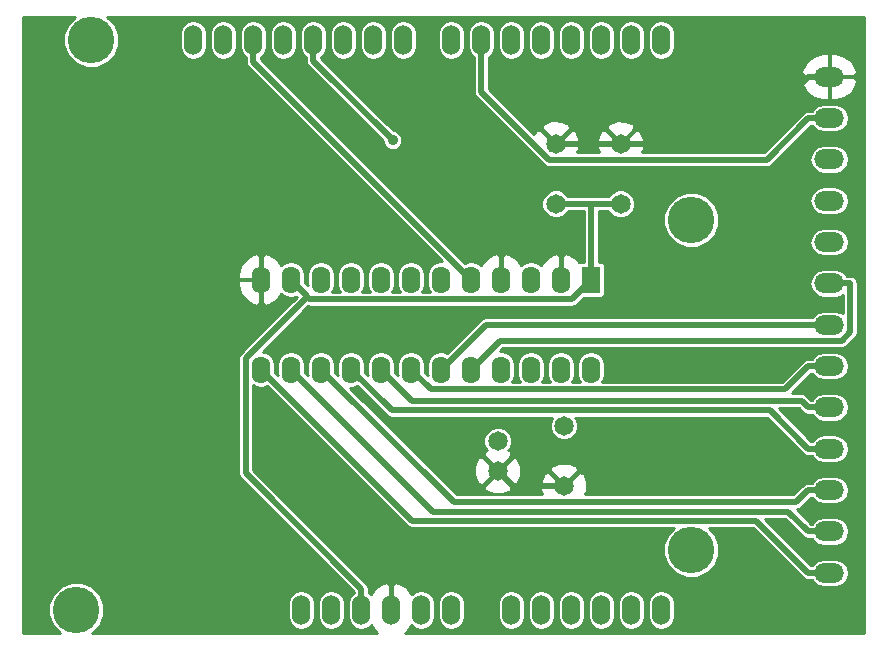
<source format=gtl>
G04 (created by PCBNEW (2013-mar-13)-testing) date Sat 24 Aug 2013 02:49:24 PM PDT*
%MOIN*%
G04 Gerber Fmt 3.4, Leading zero omitted, Abs format*
%FSLAX34Y34*%
G01*
G70*
G90*
G04 APERTURE LIST*
%ADD10C,0.005906*%
%ADD11O,0.060000X0.100000*%
%ADD12C,0.155000*%
%ADD13R,0.062000X0.090000*%
%ADD14O,0.062000X0.090000*%
%ADD15O,0.100000X0.065000*%
%ADD16C,0.065000*%
%ADD17C,0.035000*%
%ADD18C,0.020000*%
%ADD19C,0.010000*%
G04 APERTURE END LIST*
G54D10*
G54D11*
X70237Y-51677D03*
X69237Y-51677D03*
X68237Y-51677D03*
X65237Y-51677D03*
X66237Y-51677D03*
X67237Y-51677D03*
X63237Y-51677D03*
X62237Y-51677D03*
X61237Y-51677D03*
X59237Y-51677D03*
X58237Y-51677D03*
X70237Y-32677D03*
X69237Y-32677D03*
X68237Y-32677D03*
X67237Y-32677D03*
X66237Y-32677D03*
X65237Y-32677D03*
X64237Y-32677D03*
X63237Y-32677D03*
X61637Y-32677D03*
X60637Y-32677D03*
X59637Y-32677D03*
X58637Y-32677D03*
X57637Y-32677D03*
X56637Y-32677D03*
X55637Y-32677D03*
X54637Y-32677D03*
X60237Y-51677D03*
G54D12*
X71237Y-49677D03*
X71237Y-38677D03*
X51237Y-32677D03*
X50737Y-51677D03*
G54D13*
X67901Y-40670D03*
G54D14*
X66901Y-40670D03*
X65901Y-40670D03*
X64901Y-40670D03*
X63901Y-40670D03*
X62901Y-40670D03*
X61901Y-40670D03*
X60901Y-40670D03*
X59901Y-40670D03*
X58901Y-40670D03*
X57901Y-40670D03*
X56901Y-40670D03*
X56901Y-43670D03*
X57901Y-43670D03*
X58901Y-43670D03*
X59901Y-43670D03*
X60901Y-43670D03*
X61901Y-43670D03*
X62901Y-43670D03*
X63901Y-43670D03*
X64901Y-43670D03*
X65901Y-43670D03*
X66901Y-43670D03*
X67901Y-43670D03*
G54D15*
X75843Y-50443D03*
X75842Y-49066D03*
X75841Y-47685D03*
X75842Y-46308D03*
X75842Y-44930D03*
X75842Y-43554D03*
X75842Y-42175D03*
X75841Y-40797D03*
X75841Y-39419D03*
X75841Y-38039D03*
X75840Y-35285D03*
X75841Y-36663D03*
X75841Y-33907D03*
G54D16*
X64783Y-46043D03*
X64783Y-47043D03*
X66988Y-45551D03*
X66988Y-47551D03*
X68881Y-38141D03*
X68881Y-36141D03*
X66720Y-38141D03*
X66720Y-36141D03*
G54D17*
X61284Y-36024D03*
G54D18*
X60237Y-51677D02*
X60237Y-50977D01*
X58433Y-41202D02*
X57901Y-40670D01*
X58433Y-41247D02*
X58433Y-41202D01*
X58510Y-41324D02*
X58433Y-41247D01*
X67247Y-41324D02*
X58510Y-41324D01*
X67901Y-40670D02*
X67247Y-41324D01*
X56389Y-47129D02*
X60237Y-50977D01*
X56389Y-43291D02*
X56389Y-47129D01*
X58433Y-41247D02*
X56389Y-43291D01*
X67901Y-40670D02*
X67901Y-40019D01*
X67901Y-38141D02*
X67901Y-40019D01*
X66720Y-38141D02*
X67901Y-38141D01*
X67901Y-38141D02*
X68881Y-38141D01*
X61933Y-48702D02*
X56901Y-43670D01*
X73401Y-48702D02*
X61933Y-48702D01*
X75142Y-50443D02*
X73401Y-48702D01*
X75843Y-50443D02*
X75142Y-50443D01*
X75842Y-49066D02*
X75142Y-49066D01*
X62633Y-48401D02*
X57901Y-43670D01*
X74477Y-48401D02*
X62633Y-48401D01*
X75142Y-49066D02*
X74477Y-48401D01*
X63313Y-48081D02*
X58901Y-43670D01*
X74745Y-48081D02*
X63313Y-48081D01*
X75141Y-47685D02*
X74745Y-48081D01*
X75841Y-47685D02*
X75141Y-47685D01*
X61252Y-45021D02*
X59901Y-43670D01*
X73854Y-45021D02*
X61252Y-45021D01*
X75142Y-46308D02*
X73854Y-45021D01*
X75842Y-46308D02*
X75142Y-46308D01*
X61944Y-44713D02*
X60901Y-43670D01*
X74924Y-44713D02*
X61944Y-44713D01*
X75142Y-44930D02*
X74924Y-44713D01*
X75842Y-44930D02*
X75142Y-44930D01*
X62552Y-44321D02*
X61901Y-43670D01*
X74375Y-44321D02*
X62552Y-44321D01*
X75142Y-43554D02*
X74375Y-44321D01*
X75842Y-43554D02*
X75142Y-43554D01*
X64395Y-42175D02*
X62901Y-43670D01*
X75842Y-42175D02*
X64395Y-42175D01*
X64870Y-42701D02*
X63901Y-43670D01*
X76255Y-42701D02*
X64870Y-42701D01*
X76543Y-42414D02*
X76255Y-42701D01*
X76543Y-40799D02*
X76543Y-42414D01*
X76541Y-40797D02*
X76543Y-40799D01*
X75841Y-40797D02*
X76541Y-40797D01*
X64237Y-34411D02*
X64237Y-32677D01*
X66498Y-36673D02*
X64237Y-34411D01*
X73752Y-36673D02*
X66498Y-36673D01*
X75140Y-35285D02*
X73752Y-36673D01*
X75840Y-35285D02*
X75140Y-35285D01*
X58637Y-32677D02*
X58637Y-33377D01*
X61284Y-36024D02*
X58637Y-33377D01*
X56637Y-33405D02*
X56637Y-32677D01*
X63901Y-40670D02*
X56637Y-33405D01*
X66720Y-36141D02*
X68881Y-36141D01*
X72907Y-36141D02*
X75141Y-33907D01*
X68881Y-36141D02*
X72907Y-36141D01*
X75841Y-33907D02*
X75141Y-33907D01*
X65291Y-47551D02*
X64783Y-47043D01*
X66988Y-47551D02*
X65291Y-47551D01*
G54D10*
G36*
X76995Y-52450D02*
X70687Y-52450D01*
X70687Y-51889D01*
X70687Y-51464D01*
X70652Y-51292D01*
X70555Y-51146D01*
X70409Y-51048D01*
X70237Y-51014D01*
X70064Y-51048D01*
X69918Y-51146D01*
X69821Y-51292D01*
X69787Y-51464D01*
X69787Y-51889D01*
X69821Y-52062D01*
X69918Y-52208D01*
X70064Y-52305D01*
X70237Y-52339D01*
X70409Y-52305D01*
X70555Y-52208D01*
X70652Y-52062D01*
X70687Y-51889D01*
X70687Y-52450D01*
X69687Y-52450D01*
X69687Y-51889D01*
X69687Y-51464D01*
X69652Y-51292D01*
X69555Y-51146D01*
X69409Y-51048D01*
X69237Y-51014D01*
X69064Y-51048D01*
X68918Y-51146D01*
X68821Y-51292D01*
X68787Y-51464D01*
X68787Y-51889D01*
X68821Y-52062D01*
X68918Y-52208D01*
X69064Y-52305D01*
X69237Y-52339D01*
X69409Y-52305D01*
X69555Y-52208D01*
X69652Y-52062D01*
X69687Y-51889D01*
X69687Y-52450D01*
X68687Y-52450D01*
X68687Y-51889D01*
X68687Y-51464D01*
X68652Y-51292D01*
X68555Y-51146D01*
X68409Y-51048D01*
X68237Y-51014D01*
X68064Y-51048D01*
X67918Y-51146D01*
X67821Y-51292D01*
X67787Y-51464D01*
X67787Y-51889D01*
X67821Y-52062D01*
X67918Y-52208D01*
X68064Y-52305D01*
X68237Y-52339D01*
X68409Y-52305D01*
X68555Y-52208D01*
X68652Y-52062D01*
X68687Y-51889D01*
X68687Y-52450D01*
X67687Y-52450D01*
X67687Y-51889D01*
X67687Y-51464D01*
X67652Y-51292D01*
X67555Y-51146D01*
X67409Y-51048D01*
X67237Y-51014D01*
X67064Y-51048D01*
X66918Y-51146D01*
X66821Y-51292D01*
X66787Y-51464D01*
X66787Y-51889D01*
X66821Y-52062D01*
X66918Y-52208D01*
X67064Y-52305D01*
X67237Y-52339D01*
X67409Y-52305D01*
X67555Y-52208D01*
X67652Y-52062D01*
X67687Y-51889D01*
X67687Y-52450D01*
X66687Y-52450D01*
X66687Y-51889D01*
X66687Y-51464D01*
X66652Y-51292D01*
X66555Y-51146D01*
X66409Y-51048D01*
X66237Y-51014D01*
X66064Y-51048D01*
X65918Y-51146D01*
X65821Y-51292D01*
X65787Y-51464D01*
X65787Y-51889D01*
X65821Y-52062D01*
X65918Y-52208D01*
X66064Y-52305D01*
X66237Y-52339D01*
X66409Y-52305D01*
X66555Y-52208D01*
X66652Y-52062D01*
X66687Y-51889D01*
X66687Y-52450D01*
X65687Y-52450D01*
X65687Y-51889D01*
X65687Y-51464D01*
X65652Y-51292D01*
X65555Y-51146D01*
X65409Y-51048D01*
X65237Y-51014D01*
X65064Y-51048D01*
X64918Y-51146D01*
X64821Y-51292D01*
X64787Y-51464D01*
X64787Y-51889D01*
X64821Y-52062D01*
X64918Y-52208D01*
X65064Y-52305D01*
X65237Y-52339D01*
X65409Y-52305D01*
X65555Y-52208D01*
X65652Y-52062D01*
X65687Y-51889D01*
X65687Y-52450D01*
X63687Y-52450D01*
X63687Y-51889D01*
X63687Y-51464D01*
X63652Y-51292D01*
X63555Y-51146D01*
X63409Y-51048D01*
X63237Y-51014D01*
X63064Y-51048D01*
X62918Y-51146D01*
X62821Y-51292D01*
X62787Y-51464D01*
X62787Y-51889D01*
X62821Y-52062D01*
X62918Y-52208D01*
X63064Y-52305D01*
X63237Y-52339D01*
X63409Y-52305D01*
X63555Y-52208D01*
X63652Y-52062D01*
X63687Y-51889D01*
X63687Y-52450D01*
X61709Y-52450D01*
X61749Y-52425D01*
X61912Y-52198D01*
X61918Y-52208D01*
X62064Y-52305D01*
X62237Y-52339D01*
X62409Y-52305D01*
X62555Y-52208D01*
X62652Y-52062D01*
X62687Y-51889D01*
X62687Y-51464D01*
X62652Y-51292D01*
X62555Y-51146D01*
X62409Y-51048D01*
X62237Y-51014D01*
X62064Y-51048D01*
X61918Y-51146D01*
X61912Y-51155D01*
X61749Y-50929D01*
X61500Y-50774D01*
X61378Y-50740D01*
X61262Y-50840D01*
X61262Y-51652D01*
X61269Y-51652D01*
X61269Y-51702D01*
X61262Y-51702D01*
X61262Y-51710D01*
X61212Y-51710D01*
X61212Y-51702D01*
X61204Y-51702D01*
X61204Y-51652D01*
X61212Y-51652D01*
X61212Y-50840D01*
X61095Y-50740D01*
X60973Y-50774D01*
X60724Y-50929D01*
X60561Y-51155D01*
X60555Y-51146D01*
X60487Y-51100D01*
X60487Y-50977D01*
X60467Y-50881D01*
X60413Y-50800D01*
X56639Y-47026D01*
X56639Y-44189D01*
X56725Y-44246D01*
X56901Y-44281D01*
X57077Y-44246D01*
X57105Y-44227D01*
X61756Y-48878D01*
X61837Y-48933D01*
X61837Y-48933D01*
X61933Y-48952D01*
X70654Y-48952D01*
X70453Y-49152D01*
X70312Y-49492D01*
X70311Y-49860D01*
X70452Y-50200D01*
X70712Y-50460D01*
X71052Y-50602D01*
X71420Y-50602D01*
X71760Y-50461D01*
X72020Y-50201D01*
X72161Y-49861D01*
X72162Y-49493D01*
X72021Y-49153D01*
X71820Y-48952D01*
X73297Y-48952D01*
X74966Y-50620D01*
X75047Y-50674D01*
X75142Y-50693D01*
X75262Y-50693D01*
X75319Y-50779D01*
X75473Y-50882D01*
X75655Y-50918D01*
X76030Y-50918D01*
X76212Y-50882D01*
X76366Y-50779D01*
X76469Y-50625D01*
X76505Y-50443D01*
X76469Y-50262D01*
X76366Y-50107D01*
X76212Y-50004D01*
X76030Y-49968D01*
X75655Y-49968D01*
X75473Y-50004D01*
X75319Y-50107D01*
X75262Y-50193D01*
X75246Y-50193D01*
X73704Y-48651D01*
X74373Y-48651D01*
X74965Y-49243D01*
X75046Y-49297D01*
X75142Y-49316D01*
X75261Y-49316D01*
X75318Y-49402D01*
X75472Y-49505D01*
X75654Y-49541D01*
X76029Y-49541D01*
X76211Y-49505D01*
X76365Y-49402D01*
X76468Y-49248D01*
X76504Y-49066D01*
X76468Y-48885D01*
X76365Y-48730D01*
X76211Y-48627D01*
X76029Y-48591D01*
X75654Y-48591D01*
X75472Y-48627D01*
X75318Y-48730D01*
X75261Y-48816D01*
X75245Y-48816D01*
X74757Y-48329D01*
X74840Y-48312D01*
X74921Y-48258D01*
X75244Y-47935D01*
X75260Y-47935D01*
X75317Y-48021D01*
X75471Y-48124D01*
X75653Y-48160D01*
X76028Y-48160D01*
X76210Y-48124D01*
X76364Y-48021D01*
X76467Y-47867D01*
X76503Y-47685D01*
X76467Y-47504D01*
X76364Y-47349D01*
X76210Y-47246D01*
X76028Y-47210D01*
X75653Y-47210D01*
X75471Y-47246D01*
X75317Y-47349D01*
X75260Y-47435D01*
X75141Y-47435D01*
X75045Y-47454D01*
X74964Y-47509D01*
X74641Y-47831D01*
X67711Y-47831D01*
X67761Y-47711D01*
X67764Y-47402D01*
X67648Y-47117D01*
X67641Y-47107D01*
X67484Y-47089D01*
X67449Y-47125D01*
X67449Y-47054D01*
X67432Y-46897D01*
X67148Y-46777D01*
X66839Y-46775D01*
X66554Y-46890D01*
X66544Y-46897D01*
X66526Y-47054D01*
X66988Y-47515D01*
X67449Y-47054D01*
X67449Y-47125D01*
X67023Y-47551D01*
X67029Y-47556D01*
X66993Y-47592D01*
X66988Y-47586D01*
X66982Y-47592D01*
X66947Y-47556D01*
X66952Y-47551D01*
X66491Y-47089D01*
X66334Y-47107D01*
X66214Y-47391D01*
X66212Y-47699D01*
X66265Y-47831D01*
X65559Y-47831D01*
X65559Y-46895D01*
X65443Y-46609D01*
X65437Y-46599D01*
X65280Y-46582D01*
X65258Y-46603D01*
X65258Y-45949D01*
X65186Y-45774D01*
X65052Y-45640D01*
X64878Y-45568D01*
X64689Y-45568D01*
X64514Y-45640D01*
X64381Y-45773D01*
X64308Y-45948D01*
X64308Y-46137D01*
X64380Y-46312D01*
X64422Y-46353D01*
X64349Y-46382D01*
X64339Y-46389D01*
X64322Y-46546D01*
X64783Y-47007D01*
X65244Y-46546D01*
X65227Y-46389D01*
X65144Y-46354D01*
X65185Y-46312D01*
X65258Y-46138D01*
X65258Y-45949D01*
X65258Y-46603D01*
X64818Y-47043D01*
X65280Y-47504D01*
X65437Y-47487D01*
X65557Y-47203D01*
X65559Y-46895D01*
X65559Y-47831D01*
X65244Y-47831D01*
X65244Y-47539D01*
X64783Y-47078D01*
X64748Y-47114D01*
X64748Y-47043D01*
X64286Y-46582D01*
X64129Y-46599D01*
X64009Y-46883D01*
X64007Y-47191D01*
X64123Y-47477D01*
X64129Y-47487D01*
X64286Y-47504D01*
X64748Y-47043D01*
X64748Y-47114D01*
X64322Y-47539D01*
X64339Y-47696D01*
X64623Y-47817D01*
X64931Y-47819D01*
X65217Y-47703D01*
X65227Y-47696D01*
X65244Y-47539D01*
X65244Y-47831D01*
X63416Y-47831D01*
X59858Y-44273D01*
X59901Y-44281D01*
X60077Y-44246D01*
X60105Y-44227D01*
X61075Y-45197D01*
X61156Y-45252D01*
X61252Y-45271D01*
X66596Y-45271D01*
X66585Y-45281D01*
X66513Y-45456D01*
X66513Y-45645D01*
X66585Y-45819D01*
X66718Y-45953D01*
X66893Y-46026D01*
X67082Y-46026D01*
X67256Y-45954D01*
X67390Y-45820D01*
X67463Y-45646D01*
X67463Y-45457D01*
X67391Y-45282D01*
X67379Y-45271D01*
X73750Y-45271D01*
X74965Y-46485D01*
X75046Y-46539D01*
X75046Y-46539D01*
X75142Y-46558D01*
X75261Y-46558D01*
X75318Y-46644D01*
X75472Y-46747D01*
X75654Y-46783D01*
X76029Y-46783D01*
X76211Y-46747D01*
X76365Y-46644D01*
X76468Y-46490D01*
X76504Y-46308D01*
X76468Y-46127D01*
X76365Y-45972D01*
X76211Y-45869D01*
X76029Y-45833D01*
X75654Y-45833D01*
X75472Y-45869D01*
X75318Y-45972D01*
X75261Y-46058D01*
X75245Y-46058D01*
X74149Y-44963D01*
X74820Y-44963D01*
X74965Y-45107D01*
X75046Y-45161D01*
X75142Y-45180D01*
X75261Y-45180D01*
X75318Y-45266D01*
X75472Y-45369D01*
X75654Y-45405D01*
X76029Y-45405D01*
X76211Y-45369D01*
X76365Y-45266D01*
X76468Y-45112D01*
X76504Y-44930D01*
X76468Y-44749D01*
X76365Y-44594D01*
X76211Y-44491D01*
X76029Y-44455D01*
X75654Y-44455D01*
X75472Y-44491D01*
X75318Y-44594D01*
X75261Y-44680D01*
X75245Y-44680D01*
X75101Y-44536D01*
X75020Y-44482D01*
X74924Y-44463D01*
X74587Y-44463D01*
X75245Y-43804D01*
X75261Y-43804D01*
X75318Y-43890D01*
X75472Y-43993D01*
X75654Y-44029D01*
X76029Y-44029D01*
X76211Y-43993D01*
X76365Y-43890D01*
X76468Y-43736D01*
X76504Y-43554D01*
X76468Y-43373D01*
X76365Y-43218D01*
X76211Y-43115D01*
X76029Y-43079D01*
X75654Y-43079D01*
X75472Y-43115D01*
X75318Y-43218D01*
X75261Y-43304D01*
X75142Y-43304D01*
X75046Y-43323D01*
X74965Y-43378D01*
X74272Y-44071D01*
X68277Y-44071D01*
X68326Y-43997D01*
X68361Y-43821D01*
X68361Y-43518D01*
X68326Y-43342D01*
X68226Y-43193D01*
X68077Y-43093D01*
X67901Y-43058D01*
X67725Y-43093D01*
X67576Y-43193D01*
X67476Y-43342D01*
X67441Y-43518D01*
X67441Y-43821D01*
X67476Y-43997D01*
X67525Y-44071D01*
X67277Y-44071D01*
X67326Y-43997D01*
X67361Y-43821D01*
X67361Y-43518D01*
X67326Y-43342D01*
X67226Y-43193D01*
X67077Y-43093D01*
X66901Y-43058D01*
X66725Y-43093D01*
X66576Y-43193D01*
X66476Y-43342D01*
X66441Y-43518D01*
X66441Y-43821D01*
X66476Y-43997D01*
X66525Y-44071D01*
X66277Y-44071D01*
X66326Y-43997D01*
X66361Y-43821D01*
X66361Y-43518D01*
X66326Y-43342D01*
X66226Y-43193D01*
X66077Y-43093D01*
X65901Y-43058D01*
X65725Y-43093D01*
X65576Y-43193D01*
X65476Y-43342D01*
X65441Y-43518D01*
X65441Y-43821D01*
X65476Y-43997D01*
X65525Y-44071D01*
X65277Y-44071D01*
X65326Y-43997D01*
X65361Y-43821D01*
X65361Y-43518D01*
X65326Y-43342D01*
X65226Y-43193D01*
X65077Y-43093D01*
X64901Y-43058D01*
X64858Y-43066D01*
X64973Y-42951D01*
X76255Y-42951D01*
X76351Y-42932D01*
X76432Y-42878D01*
X76719Y-42591D01*
X76774Y-42509D01*
X76774Y-42509D01*
X76793Y-42414D01*
X76793Y-40799D01*
X76777Y-40720D01*
X76777Y-34053D01*
X76777Y-33761D01*
X76741Y-33634D01*
X76581Y-33377D01*
X76335Y-33201D01*
X76041Y-33132D01*
X75866Y-33132D01*
X75866Y-33882D01*
X76678Y-33882D01*
X76777Y-33761D01*
X76777Y-34053D01*
X76678Y-33932D01*
X75866Y-33932D01*
X75866Y-34682D01*
X76041Y-34682D01*
X76335Y-34614D01*
X76581Y-34438D01*
X76741Y-34181D01*
X76777Y-34053D01*
X76777Y-40720D01*
X76774Y-40703D01*
X76719Y-40622D01*
X76718Y-40621D01*
X76636Y-40566D01*
X76541Y-40547D01*
X76503Y-40547D01*
X76503Y-39419D01*
X76503Y-38039D01*
X76503Y-36663D01*
X76502Y-36658D01*
X76502Y-35285D01*
X76466Y-35104D01*
X76363Y-34949D01*
X76209Y-34846D01*
X76027Y-34810D01*
X75816Y-34810D01*
X75816Y-34682D01*
X75816Y-33932D01*
X75816Y-33882D01*
X75816Y-33132D01*
X75641Y-33132D01*
X75346Y-33201D01*
X75100Y-33377D01*
X74940Y-33634D01*
X74904Y-33761D01*
X75004Y-33882D01*
X75816Y-33882D01*
X75816Y-33932D01*
X75004Y-33932D01*
X74904Y-34053D01*
X74940Y-34181D01*
X75100Y-34438D01*
X75346Y-34614D01*
X75641Y-34682D01*
X75816Y-34682D01*
X75816Y-34810D01*
X75652Y-34810D01*
X75470Y-34846D01*
X75316Y-34949D01*
X75259Y-35035D01*
X75140Y-35035D01*
X75044Y-35054D01*
X74963Y-35109D01*
X73649Y-36423D01*
X70687Y-36423D01*
X70687Y-32889D01*
X70687Y-32464D01*
X70652Y-32292D01*
X70555Y-32146D01*
X70409Y-32048D01*
X70237Y-32014D01*
X70064Y-32048D01*
X69918Y-32146D01*
X69821Y-32292D01*
X69787Y-32464D01*
X69787Y-32889D01*
X69821Y-33062D01*
X69918Y-33208D01*
X70064Y-33305D01*
X70237Y-33339D01*
X70409Y-33305D01*
X70555Y-33208D01*
X70652Y-33062D01*
X70687Y-32889D01*
X70687Y-36423D01*
X69687Y-36423D01*
X69687Y-32889D01*
X69687Y-32464D01*
X69652Y-32292D01*
X69555Y-32146D01*
X69409Y-32048D01*
X69237Y-32014D01*
X69064Y-32048D01*
X68918Y-32146D01*
X68821Y-32292D01*
X68787Y-32464D01*
X68787Y-32889D01*
X68821Y-33062D01*
X68918Y-33208D01*
X69064Y-33305D01*
X69237Y-33339D01*
X69409Y-33305D01*
X69555Y-33208D01*
X69652Y-33062D01*
X69687Y-32889D01*
X69687Y-36423D01*
X69604Y-36423D01*
X69655Y-36301D01*
X69658Y-35993D01*
X69542Y-35707D01*
X69535Y-35697D01*
X69378Y-35680D01*
X69343Y-35715D01*
X69343Y-35645D01*
X69325Y-35488D01*
X69041Y-35367D01*
X68733Y-35365D01*
X68687Y-35384D01*
X68687Y-32889D01*
X68687Y-32464D01*
X68652Y-32292D01*
X68555Y-32146D01*
X68409Y-32048D01*
X68237Y-32014D01*
X68064Y-32048D01*
X67918Y-32146D01*
X67821Y-32292D01*
X67787Y-32464D01*
X67787Y-32889D01*
X67821Y-33062D01*
X67918Y-33208D01*
X68064Y-33305D01*
X68237Y-33339D01*
X68409Y-33305D01*
X68555Y-33208D01*
X68652Y-33062D01*
X68687Y-32889D01*
X68687Y-35384D01*
X68447Y-35481D01*
X68437Y-35488D01*
X68420Y-35645D01*
X68881Y-36106D01*
X69343Y-35645D01*
X69343Y-35715D01*
X68917Y-36141D01*
X68922Y-36147D01*
X68887Y-36182D01*
X68881Y-36177D01*
X68876Y-36182D01*
X68840Y-36147D01*
X68846Y-36141D01*
X68385Y-35680D01*
X68228Y-35697D01*
X68108Y-35981D01*
X68105Y-36289D01*
X68159Y-36423D01*
X67687Y-36423D01*
X67687Y-32889D01*
X67687Y-32464D01*
X67652Y-32292D01*
X67555Y-32146D01*
X67409Y-32048D01*
X67237Y-32014D01*
X67064Y-32048D01*
X66918Y-32146D01*
X66821Y-32292D01*
X66787Y-32464D01*
X66787Y-32889D01*
X66821Y-33062D01*
X66918Y-33208D01*
X67064Y-33305D01*
X67237Y-33339D01*
X67409Y-33305D01*
X67555Y-33208D01*
X67652Y-33062D01*
X67687Y-32889D01*
X67687Y-36423D01*
X67442Y-36423D01*
X67494Y-36301D01*
X67496Y-35993D01*
X67380Y-35707D01*
X67374Y-35697D01*
X67217Y-35680D01*
X67181Y-35715D01*
X67181Y-35645D01*
X67164Y-35488D01*
X66880Y-35367D01*
X66687Y-35366D01*
X66687Y-32889D01*
X66687Y-32464D01*
X66652Y-32292D01*
X66555Y-32146D01*
X66409Y-32048D01*
X66237Y-32014D01*
X66064Y-32048D01*
X65918Y-32146D01*
X65821Y-32292D01*
X65787Y-32464D01*
X65787Y-32889D01*
X65821Y-33062D01*
X65918Y-33208D01*
X66064Y-33305D01*
X66237Y-33339D01*
X66409Y-33305D01*
X66555Y-33208D01*
X66652Y-33062D01*
X66687Y-32889D01*
X66687Y-35366D01*
X66572Y-35365D01*
X66286Y-35481D01*
X66276Y-35488D01*
X66259Y-35645D01*
X66720Y-36106D01*
X67181Y-35645D01*
X67181Y-35715D01*
X66755Y-36141D01*
X66761Y-36147D01*
X66726Y-36182D01*
X66720Y-36177D01*
X66538Y-36359D01*
X66502Y-36324D01*
X66685Y-36141D01*
X66223Y-35680D01*
X66066Y-35697D01*
X66010Y-35831D01*
X65687Y-35508D01*
X65687Y-32889D01*
X65687Y-32464D01*
X65652Y-32292D01*
X65555Y-32146D01*
X65409Y-32048D01*
X65237Y-32014D01*
X65064Y-32048D01*
X64918Y-32146D01*
X64821Y-32292D01*
X64787Y-32464D01*
X64787Y-32889D01*
X64821Y-33062D01*
X64918Y-33208D01*
X65064Y-33305D01*
X65237Y-33339D01*
X65409Y-33305D01*
X65555Y-33208D01*
X65652Y-33062D01*
X65687Y-32889D01*
X65687Y-35508D01*
X64487Y-34308D01*
X64487Y-33253D01*
X64555Y-33208D01*
X64652Y-33062D01*
X64687Y-32889D01*
X64687Y-32464D01*
X64652Y-32292D01*
X64555Y-32146D01*
X64409Y-32048D01*
X64237Y-32014D01*
X64064Y-32048D01*
X63918Y-32146D01*
X63821Y-32292D01*
X63787Y-32464D01*
X63787Y-32889D01*
X63821Y-33062D01*
X63918Y-33208D01*
X63987Y-33253D01*
X63987Y-34411D01*
X64006Y-34507D01*
X64060Y-34588D01*
X66321Y-36849D01*
X66402Y-36904D01*
X66402Y-36904D01*
X66498Y-36923D01*
X73752Y-36923D01*
X73848Y-36904D01*
X73929Y-36849D01*
X75243Y-35535D01*
X75259Y-35535D01*
X75316Y-35621D01*
X75470Y-35724D01*
X75652Y-35760D01*
X76027Y-35760D01*
X76209Y-35724D01*
X76363Y-35621D01*
X76466Y-35467D01*
X76502Y-35285D01*
X76502Y-36658D01*
X76467Y-36482D01*
X76364Y-36327D01*
X76210Y-36224D01*
X76028Y-36188D01*
X75653Y-36188D01*
X75471Y-36224D01*
X75317Y-36327D01*
X75214Y-36482D01*
X75178Y-36663D01*
X75214Y-36845D01*
X75317Y-36999D01*
X75471Y-37102D01*
X75653Y-37138D01*
X76028Y-37138D01*
X76210Y-37102D01*
X76364Y-36999D01*
X76467Y-36845D01*
X76503Y-36663D01*
X76503Y-38039D01*
X76467Y-37858D01*
X76364Y-37703D01*
X76210Y-37600D01*
X76028Y-37564D01*
X75653Y-37564D01*
X75471Y-37600D01*
X75317Y-37703D01*
X75214Y-37858D01*
X75178Y-38039D01*
X75214Y-38221D01*
X75317Y-38375D01*
X75471Y-38478D01*
X75653Y-38514D01*
X76028Y-38514D01*
X76210Y-38478D01*
X76364Y-38375D01*
X76467Y-38221D01*
X76503Y-38039D01*
X76503Y-39419D01*
X76467Y-39238D01*
X76364Y-39083D01*
X76210Y-38980D01*
X76028Y-38944D01*
X75653Y-38944D01*
X75471Y-38980D01*
X75317Y-39083D01*
X75214Y-39238D01*
X75178Y-39419D01*
X75214Y-39601D01*
X75317Y-39755D01*
X75471Y-39858D01*
X75653Y-39894D01*
X76028Y-39894D01*
X76210Y-39858D01*
X76364Y-39755D01*
X76467Y-39601D01*
X76503Y-39419D01*
X76503Y-40547D01*
X76422Y-40547D01*
X76364Y-40461D01*
X76210Y-40358D01*
X76028Y-40322D01*
X75653Y-40322D01*
X75471Y-40358D01*
X75317Y-40461D01*
X75214Y-40616D01*
X75178Y-40797D01*
X75214Y-40979D01*
X75317Y-41133D01*
X75471Y-41236D01*
X75653Y-41272D01*
X76028Y-41272D01*
X76210Y-41236D01*
X76293Y-41181D01*
X76293Y-41791D01*
X76211Y-41736D01*
X76029Y-41700D01*
X75654Y-41700D01*
X75472Y-41736D01*
X75318Y-41839D01*
X75261Y-41925D01*
X72162Y-41925D01*
X72162Y-38493D01*
X72021Y-38153D01*
X71761Y-37893D01*
X71421Y-37752D01*
X71053Y-37752D01*
X70713Y-37892D01*
X70453Y-38152D01*
X70312Y-38492D01*
X70311Y-38860D01*
X70452Y-39200D01*
X70712Y-39460D01*
X71052Y-39602D01*
X71420Y-39602D01*
X71760Y-39461D01*
X72020Y-39201D01*
X72161Y-38861D01*
X72162Y-38493D01*
X72162Y-41925D01*
X64395Y-41925D01*
X64395Y-41925D01*
X64300Y-41944D01*
X64219Y-41999D01*
X63105Y-43112D01*
X63077Y-43093D01*
X62901Y-43058D01*
X62725Y-43093D01*
X62576Y-43193D01*
X62476Y-43342D01*
X62441Y-43518D01*
X62441Y-43821D01*
X62450Y-43865D01*
X62361Y-43776D01*
X62361Y-43518D01*
X62326Y-43342D01*
X62226Y-43193D01*
X62077Y-43093D01*
X61901Y-43058D01*
X61725Y-43093D01*
X61576Y-43193D01*
X61476Y-43342D01*
X61441Y-43518D01*
X61441Y-43821D01*
X61450Y-43865D01*
X61361Y-43776D01*
X61361Y-43518D01*
X61326Y-43342D01*
X61226Y-43193D01*
X61077Y-43093D01*
X60901Y-43058D01*
X60725Y-43093D01*
X60576Y-43193D01*
X60476Y-43342D01*
X60441Y-43518D01*
X60441Y-43821D01*
X60450Y-43865D01*
X60361Y-43776D01*
X60361Y-43518D01*
X60326Y-43342D01*
X60226Y-43193D01*
X60077Y-43093D01*
X59901Y-43058D01*
X59725Y-43093D01*
X59576Y-43193D01*
X59476Y-43342D01*
X59441Y-43518D01*
X59441Y-43821D01*
X59450Y-43865D01*
X59361Y-43776D01*
X59361Y-43518D01*
X59326Y-43342D01*
X59226Y-43193D01*
X59077Y-43093D01*
X58901Y-43058D01*
X58725Y-43093D01*
X58576Y-43193D01*
X58476Y-43342D01*
X58441Y-43518D01*
X58441Y-43821D01*
X58450Y-43865D01*
X58361Y-43776D01*
X58361Y-43518D01*
X58326Y-43342D01*
X58226Y-43193D01*
X58077Y-43093D01*
X57901Y-43058D01*
X57725Y-43093D01*
X57576Y-43193D01*
X57476Y-43342D01*
X57441Y-43518D01*
X57441Y-43821D01*
X57450Y-43865D01*
X57361Y-43776D01*
X57361Y-43518D01*
X57326Y-43342D01*
X57226Y-43193D01*
X57077Y-43093D01*
X56963Y-43070D01*
X58468Y-41565D01*
X58510Y-41574D01*
X67247Y-41574D01*
X67342Y-41555D01*
X67424Y-41501D01*
X67655Y-41270D01*
X68241Y-41270D01*
X68296Y-41247D01*
X68338Y-41205D01*
X68361Y-41149D01*
X68361Y-41090D01*
X68361Y-40190D01*
X68338Y-40135D01*
X68296Y-40092D01*
X68241Y-40070D01*
X68181Y-40070D01*
X68151Y-40070D01*
X68151Y-40019D01*
X68151Y-38391D01*
X68471Y-38391D01*
X68478Y-38410D01*
X68612Y-38544D01*
X68786Y-38616D01*
X68975Y-38616D01*
X69150Y-38544D01*
X69284Y-38411D01*
X69356Y-38236D01*
X69356Y-38047D01*
X69284Y-37873D01*
X69151Y-37739D01*
X68976Y-37666D01*
X68787Y-37666D01*
X68613Y-37738D01*
X68479Y-37872D01*
X68471Y-37891D01*
X67901Y-37891D01*
X67131Y-37891D01*
X67123Y-37873D01*
X66989Y-37739D01*
X66815Y-37666D01*
X66626Y-37666D01*
X66451Y-37738D01*
X66318Y-37872D01*
X66245Y-38046D01*
X66245Y-38235D01*
X66317Y-38410D01*
X66451Y-38544D01*
X66625Y-38616D01*
X66814Y-38616D01*
X66989Y-38544D01*
X67122Y-38411D01*
X67130Y-38391D01*
X67651Y-38391D01*
X67651Y-40019D01*
X67651Y-40070D01*
X67561Y-40070D01*
X67506Y-40092D01*
X67506Y-40093D01*
X67421Y-39975D01*
X67169Y-39818D01*
X67045Y-39783D01*
X66926Y-39883D01*
X66926Y-40645D01*
X66934Y-40645D01*
X66934Y-40695D01*
X66926Y-40695D01*
X66926Y-40702D01*
X66876Y-40702D01*
X66876Y-40695D01*
X66868Y-40695D01*
X66868Y-40645D01*
X66876Y-40645D01*
X66876Y-39883D01*
X66758Y-39783D01*
X66633Y-39818D01*
X66381Y-39975D01*
X66225Y-40192D01*
X66077Y-40093D01*
X65901Y-40058D01*
X65725Y-40093D01*
X65577Y-40192D01*
X65421Y-39975D01*
X65169Y-39818D01*
X65045Y-39783D01*
X64926Y-39883D01*
X64926Y-40645D01*
X64934Y-40645D01*
X64934Y-40695D01*
X64926Y-40695D01*
X64926Y-40702D01*
X64876Y-40702D01*
X64876Y-40695D01*
X64868Y-40695D01*
X64868Y-40645D01*
X64876Y-40645D01*
X64876Y-39883D01*
X64758Y-39783D01*
X64633Y-39818D01*
X64381Y-39975D01*
X64225Y-40192D01*
X64077Y-40093D01*
X63901Y-40058D01*
X63725Y-40093D01*
X63697Y-40112D01*
X63687Y-40101D01*
X63687Y-32889D01*
X63687Y-32464D01*
X63652Y-32292D01*
X63555Y-32146D01*
X63409Y-32048D01*
X63237Y-32014D01*
X63064Y-32048D01*
X62918Y-32146D01*
X62821Y-32292D01*
X62787Y-32464D01*
X62787Y-32889D01*
X62821Y-33062D01*
X62918Y-33208D01*
X63064Y-33305D01*
X63237Y-33339D01*
X63409Y-33305D01*
X63555Y-33208D01*
X63652Y-33062D01*
X63687Y-32889D01*
X63687Y-40101D01*
X62087Y-38501D01*
X62087Y-32889D01*
X62087Y-32464D01*
X62052Y-32292D01*
X61955Y-32146D01*
X61809Y-32048D01*
X61637Y-32014D01*
X61464Y-32048D01*
X61318Y-32146D01*
X61221Y-32292D01*
X61187Y-32464D01*
X61187Y-32889D01*
X61221Y-33062D01*
X61318Y-33208D01*
X61464Y-33305D01*
X61637Y-33339D01*
X61809Y-33305D01*
X61955Y-33208D01*
X62052Y-33062D01*
X62087Y-32889D01*
X62087Y-38501D01*
X61609Y-38024D01*
X61609Y-35960D01*
X61560Y-35840D01*
X61468Y-35749D01*
X61349Y-35699D01*
X61313Y-35699D01*
X61087Y-35473D01*
X61087Y-32889D01*
X61087Y-32464D01*
X61052Y-32292D01*
X60955Y-32146D01*
X60809Y-32048D01*
X60637Y-32014D01*
X60464Y-32048D01*
X60318Y-32146D01*
X60221Y-32292D01*
X60187Y-32464D01*
X60187Y-32889D01*
X60221Y-33062D01*
X60318Y-33208D01*
X60464Y-33305D01*
X60637Y-33339D01*
X60809Y-33305D01*
X60955Y-33208D01*
X61052Y-33062D01*
X61087Y-32889D01*
X61087Y-35473D01*
X60087Y-34473D01*
X60087Y-32889D01*
X60087Y-32464D01*
X60052Y-32292D01*
X59955Y-32146D01*
X59809Y-32048D01*
X59637Y-32014D01*
X59464Y-32048D01*
X59318Y-32146D01*
X59221Y-32292D01*
X59187Y-32464D01*
X59187Y-32889D01*
X59221Y-33062D01*
X59318Y-33208D01*
X59464Y-33305D01*
X59637Y-33339D01*
X59809Y-33305D01*
X59955Y-33208D01*
X60052Y-33062D01*
X60087Y-32889D01*
X60087Y-34473D01*
X58887Y-33273D01*
X58887Y-33253D01*
X58955Y-33208D01*
X59052Y-33062D01*
X59087Y-32889D01*
X59087Y-32464D01*
X59052Y-32292D01*
X58955Y-32146D01*
X58809Y-32048D01*
X58637Y-32014D01*
X58464Y-32048D01*
X58318Y-32146D01*
X58221Y-32292D01*
X58187Y-32464D01*
X58187Y-32889D01*
X58221Y-33062D01*
X58318Y-33208D01*
X58387Y-33253D01*
X58387Y-33377D01*
X58406Y-33472D01*
X58460Y-33554D01*
X60959Y-36053D01*
X60959Y-36089D01*
X61008Y-36208D01*
X61100Y-36300D01*
X61219Y-36349D01*
X61348Y-36349D01*
X61468Y-36300D01*
X61559Y-36209D01*
X61609Y-36089D01*
X61609Y-35960D01*
X61609Y-38024D01*
X58087Y-34501D01*
X58087Y-32889D01*
X58087Y-32464D01*
X58052Y-32292D01*
X57955Y-32146D01*
X57809Y-32048D01*
X57637Y-32014D01*
X57464Y-32048D01*
X57318Y-32146D01*
X57221Y-32292D01*
X57187Y-32464D01*
X57187Y-32889D01*
X57221Y-33062D01*
X57318Y-33208D01*
X57464Y-33305D01*
X57637Y-33339D01*
X57809Y-33305D01*
X57955Y-33208D01*
X58052Y-33062D01*
X58087Y-32889D01*
X58087Y-34501D01*
X56887Y-33301D01*
X56887Y-33253D01*
X56955Y-33208D01*
X57052Y-33062D01*
X57087Y-32889D01*
X57087Y-32464D01*
X57052Y-32292D01*
X56955Y-32146D01*
X56809Y-32048D01*
X56637Y-32014D01*
X56464Y-32048D01*
X56318Y-32146D01*
X56221Y-32292D01*
X56187Y-32464D01*
X56187Y-32889D01*
X56221Y-33062D01*
X56318Y-33208D01*
X56387Y-33253D01*
X56387Y-33405D01*
X56406Y-33501D01*
X56460Y-33582D01*
X62944Y-40066D01*
X62901Y-40058D01*
X62725Y-40093D01*
X62576Y-40193D01*
X62476Y-40342D01*
X62441Y-40518D01*
X62441Y-40821D01*
X62476Y-40997D01*
X62527Y-41074D01*
X62275Y-41074D01*
X62326Y-40997D01*
X62361Y-40821D01*
X62361Y-40518D01*
X62326Y-40342D01*
X62226Y-40193D01*
X62077Y-40093D01*
X61901Y-40058D01*
X61725Y-40093D01*
X61576Y-40193D01*
X61476Y-40342D01*
X61441Y-40518D01*
X61441Y-40821D01*
X61476Y-40997D01*
X61527Y-41074D01*
X61275Y-41074D01*
X61326Y-40997D01*
X61361Y-40821D01*
X61361Y-40518D01*
X61326Y-40342D01*
X61226Y-40193D01*
X61077Y-40093D01*
X60901Y-40058D01*
X60725Y-40093D01*
X60576Y-40193D01*
X60476Y-40342D01*
X60441Y-40518D01*
X60441Y-40821D01*
X60476Y-40997D01*
X60527Y-41074D01*
X60275Y-41074D01*
X60326Y-40997D01*
X60361Y-40821D01*
X60361Y-40518D01*
X60326Y-40342D01*
X60226Y-40193D01*
X60077Y-40093D01*
X59901Y-40058D01*
X59725Y-40093D01*
X59576Y-40193D01*
X59476Y-40342D01*
X59441Y-40518D01*
X59441Y-40821D01*
X59476Y-40997D01*
X59527Y-41074D01*
X59275Y-41074D01*
X59326Y-40997D01*
X59361Y-40821D01*
X59361Y-40518D01*
X59326Y-40342D01*
X59226Y-40193D01*
X59077Y-40093D01*
X58901Y-40058D01*
X58725Y-40093D01*
X58576Y-40193D01*
X58476Y-40342D01*
X58441Y-40518D01*
X58441Y-40821D01*
X58450Y-40865D01*
X58361Y-40776D01*
X58361Y-40518D01*
X58326Y-40342D01*
X58226Y-40193D01*
X58077Y-40093D01*
X57901Y-40058D01*
X57725Y-40093D01*
X57577Y-40192D01*
X57421Y-39975D01*
X57169Y-39818D01*
X57045Y-39783D01*
X56926Y-39883D01*
X56926Y-40645D01*
X56934Y-40645D01*
X56934Y-40695D01*
X56926Y-40695D01*
X56926Y-41457D01*
X57045Y-41556D01*
X57169Y-41521D01*
X57421Y-41365D01*
X57577Y-41147D01*
X57725Y-41246D01*
X57901Y-41281D01*
X58077Y-41246D01*
X58086Y-41240D01*
X56876Y-42450D01*
X56876Y-41457D01*
X56876Y-40695D01*
X56876Y-40645D01*
X56876Y-39883D01*
X56758Y-39783D01*
X56633Y-39818D01*
X56381Y-39975D01*
X56208Y-40216D01*
X56141Y-40505D01*
X56141Y-40645D01*
X56876Y-40645D01*
X56876Y-40695D01*
X56141Y-40695D01*
X56141Y-40835D01*
X56208Y-41124D01*
X56381Y-41365D01*
X56633Y-41521D01*
X56758Y-41556D01*
X56876Y-41457D01*
X56876Y-42450D01*
X56213Y-43114D01*
X56158Y-43195D01*
X56139Y-43291D01*
X56139Y-47129D01*
X56158Y-47225D01*
X56213Y-47306D01*
X59987Y-51080D01*
X59987Y-51100D01*
X59918Y-51146D01*
X59821Y-51292D01*
X59787Y-51464D01*
X59787Y-51889D01*
X59821Y-52062D01*
X59918Y-52208D01*
X60064Y-52305D01*
X60237Y-52339D01*
X60409Y-52305D01*
X60555Y-52208D01*
X60561Y-52198D01*
X60724Y-52425D01*
X60764Y-52450D01*
X59687Y-52450D01*
X59687Y-51889D01*
X59687Y-51464D01*
X59652Y-51292D01*
X59555Y-51146D01*
X59409Y-51048D01*
X59237Y-51014D01*
X59064Y-51048D01*
X58918Y-51146D01*
X58821Y-51292D01*
X58787Y-51464D01*
X58787Y-51889D01*
X58821Y-52062D01*
X58918Y-52208D01*
X59064Y-52305D01*
X59237Y-52339D01*
X59409Y-52305D01*
X59555Y-52208D01*
X59652Y-52062D01*
X59687Y-51889D01*
X59687Y-52450D01*
X58687Y-52450D01*
X58687Y-51889D01*
X58687Y-51464D01*
X58652Y-51292D01*
X58555Y-51146D01*
X58409Y-51048D01*
X58237Y-51014D01*
X58064Y-51048D01*
X57918Y-51146D01*
X57821Y-51292D01*
X57787Y-51464D01*
X57787Y-51889D01*
X57821Y-52062D01*
X57918Y-52208D01*
X58064Y-52305D01*
X58237Y-52339D01*
X58409Y-52305D01*
X58555Y-52208D01*
X58652Y-52062D01*
X58687Y-51889D01*
X58687Y-52450D01*
X56087Y-52450D01*
X56087Y-32889D01*
X56087Y-32464D01*
X56052Y-32292D01*
X55955Y-32146D01*
X55809Y-32048D01*
X55637Y-32014D01*
X55464Y-32048D01*
X55318Y-32146D01*
X55221Y-32292D01*
X55187Y-32464D01*
X55187Y-32889D01*
X55221Y-33062D01*
X55318Y-33208D01*
X55464Y-33305D01*
X55637Y-33339D01*
X55809Y-33305D01*
X55955Y-33208D01*
X56052Y-33062D01*
X56087Y-32889D01*
X56087Y-52450D01*
X55087Y-52450D01*
X55087Y-32889D01*
X55087Y-32464D01*
X55052Y-32292D01*
X54955Y-32146D01*
X54809Y-32048D01*
X54637Y-32014D01*
X54464Y-32048D01*
X54318Y-32146D01*
X54221Y-32292D01*
X54187Y-32464D01*
X54187Y-32889D01*
X54221Y-33062D01*
X54318Y-33208D01*
X54464Y-33305D01*
X54637Y-33339D01*
X54809Y-33305D01*
X54955Y-33208D01*
X55052Y-33062D01*
X55087Y-32889D01*
X55087Y-52450D01*
X51272Y-52450D01*
X51520Y-52201D01*
X51661Y-51861D01*
X51662Y-51493D01*
X51521Y-51153D01*
X51261Y-50893D01*
X50921Y-50752D01*
X50553Y-50752D01*
X50213Y-50892D01*
X49953Y-51152D01*
X49812Y-51492D01*
X49811Y-51860D01*
X49952Y-52200D01*
X50201Y-52450D01*
X48950Y-52450D01*
X48950Y-31900D01*
X50706Y-31900D01*
X50453Y-32152D01*
X50312Y-32492D01*
X50311Y-32860D01*
X50452Y-33200D01*
X50712Y-33460D01*
X51052Y-33602D01*
X51420Y-33602D01*
X51760Y-33461D01*
X52020Y-33201D01*
X52161Y-32861D01*
X52162Y-32493D01*
X52021Y-32153D01*
X51768Y-31900D01*
X76995Y-31900D01*
X76995Y-52450D01*
X76995Y-52450D01*
G37*
G54D19*
X76995Y-52450D02*
X70687Y-52450D01*
X70687Y-51889D01*
X70687Y-51464D01*
X70652Y-51292D01*
X70555Y-51146D01*
X70409Y-51048D01*
X70237Y-51014D01*
X70064Y-51048D01*
X69918Y-51146D01*
X69821Y-51292D01*
X69787Y-51464D01*
X69787Y-51889D01*
X69821Y-52062D01*
X69918Y-52208D01*
X70064Y-52305D01*
X70237Y-52339D01*
X70409Y-52305D01*
X70555Y-52208D01*
X70652Y-52062D01*
X70687Y-51889D01*
X70687Y-52450D01*
X69687Y-52450D01*
X69687Y-51889D01*
X69687Y-51464D01*
X69652Y-51292D01*
X69555Y-51146D01*
X69409Y-51048D01*
X69237Y-51014D01*
X69064Y-51048D01*
X68918Y-51146D01*
X68821Y-51292D01*
X68787Y-51464D01*
X68787Y-51889D01*
X68821Y-52062D01*
X68918Y-52208D01*
X69064Y-52305D01*
X69237Y-52339D01*
X69409Y-52305D01*
X69555Y-52208D01*
X69652Y-52062D01*
X69687Y-51889D01*
X69687Y-52450D01*
X68687Y-52450D01*
X68687Y-51889D01*
X68687Y-51464D01*
X68652Y-51292D01*
X68555Y-51146D01*
X68409Y-51048D01*
X68237Y-51014D01*
X68064Y-51048D01*
X67918Y-51146D01*
X67821Y-51292D01*
X67787Y-51464D01*
X67787Y-51889D01*
X67821Y-52062D01*
X67918Y-52208D01*
X68064Y-52305D01*
X68237Y-52339D01*
X68409Y-52305D01*
X68555Y-52208D01*
X68652Y-52062D01*
X68687Y-51889D01*
X68687Y-52450D01*
X67687Y-52450D01*
X67687Y-51889D01*
X67687Y-51464D01*
X67652Y-51292D01*
X67555Y-51146D01*
X67409Y-51048D01*
X67237Y-51014D01*
X67064Y-51048D01*
X66918Y-51146D01*
X66821Y-51292D01*
X66787Y-51464D01*
X66787Y-51889D01*
X66821Y-52062D01*
X66918Y-52208D01*
X67064Y-52305D01*
X67237Y-52339D01*
X67409Y-52305D01*
X67555Y-52208D01*
X67652Y-52062D01*
X67687Y-51889D01*
X67687Y-52450D01*
X66687Y-52450D01*
X66687Y-51889D01*
X66687Y-51464D01*
X66652Y-51292D01*
X66555Y-51146D01*
X66409Y-51048D01*
X66237Y-51014D01*
X66064Y-51048D01*
X65918Y-51146D01*
X65821Y-51292D01*
X65787Y-51464D01*
X65787Y-51889D01*
X65821Y-52062D01*
X65918Y-52208D01*
X66064Y-52305D01*
X66237Y-52339D01*
X66409Y-52305D01*
X66555Y-52208D01*
X66652Y-52062D01*
X66687Y-51889D01*
X66687Y-52450D01*
X65687Y-52450D01*
X65687Y-51889D01*
X65687Y-51464D01*
X65652Y-51292D01*
X65555Y-51146D01*
X65409Y-51048D01*
X65237Y-51014D01*
X65064Y-51048D01*
X64918Y-51146D01*
X64821Y-51292D01*
X64787Y-51464D01*
X64787Y-51889D01*
X64821Y-52062D01*
X64918Y-52208D01*
X65064Y-52305D01*
X65237Y-52339D01*
X65409Y-52305D01*
X65555Y-52208D01*
X65652Y-52062D01*
X65687Y-51889D01*
X65687Y-52450D01*
X63687Y-52450D01*
X63687Y-51889D01*
X63687Y-51464D01*
X63652Y-51292D01*
X63555Y-51146D01*
X63409Y-51048D01*
X63237Y-51014D01*
X63064Y-51048D01*
X62918Y-51146D01*
X62821Y-51292D01*
X62787Y-51464D01*
X62787Y-51889D01*
X62821Y-52062D01*
X62918Y-52208D01*
X63064Y-52305D01*
X63237Y-52339D01*
X63409Y-52305D01*
X63555Y-52208D01*
X63652Y-52062D01*
X63687Y-51889D01*
X63687Y-52450D01*
X61709Y-52450D01*
X61749Y-52425D01*
X61912Y-52198D01*
X61918Y-52208D01*
X62064Y-52305D01*
X62237Y-52339D01*
X62409Y-52305D01*
X62555Y-52208D01*
X62652Y-52062D01*
X62687Y-51889D01*
X62687Y-51464D01*
X62652Y-51292D01*
X62555Y-51146D01*
X62409Y-51048D01*
X62237Y-51014D01*
X62064Y-51048D01*
X61918Y-51146D01*
X61912Y-51155D01*
X61749Y-50929D01*
X61500Y-50774D01*
X61378Y-50740D01*
X61262Y-50840D01*
X61262Y-51652D01*
X61269Y-51652D01*
X61269Y-51702D01*
X61262Y-51702D01*
X61262Y-51710D01*
X61212Y-51710D01*
X61212Y-51702D01*
X61204Y-51702D01*
X61204Y-51652D01*
X61212Y-51652D01*
X61212Y-50840D01*
X61095Y-50740D01*
X60973Y-50774D01*
X60724Y-50929D01*
X60561Y-51155D01*
X60555Y-51146D01*
X60487Y-51100D01*
X60487Y-50977D01*
X60467Y-50881D01*
X60413Y-50800D01*
X56639Y-47026D01*
X56639Y-44189D01*
X56725Y-44246D01*
X56901Y-44281D01*
X57077Y-44246D01*
X57105Y-44227D01*
X61756Y-48878D01*
X61837Y-48933D01*
X61837Y-48933D01*
X61933Y-48952D01*
X70654Y-48952D01*
X70453Y-49152D01*
X70312Y-49492D01*
X70311Y-49860D01*
X70452Y-50200D01*
X70712Y-50460D01*
X71052Y-50602D01*
X71420Y-50602D01*
X71760Y-50461D01*
X72020Y-50201D01*
X72161Y-49861D01*
X72162Y-49493D01*
X72021Y-49153D01*
X71820Y-48952D01*
X73297Y-48952D01*
X74966Y-50620D01*
X75047Y-50674D01*
X75142Y-50693D01*
X75262Y-50693D01*
X75319Y-50779D01*
X75473Y-50882D01*
X75655Y-50918D01*
X76030Y-50918D01*
X76212Y-50882D01*
X76366Y-50779D01*
X76469Y-50625D01*
X76505Y-50443D01*
X76469Y-50262D01*
X76366Y-50107D01*
X76212Y-50004D01*
X76030Y-49968D01*
X75655Y-49968D01*
X75473Y-50004D01*
X75319Y-50107D01*
X75262Y-50193D01*
X75246Y-50193D01*
X73704Y-48651D01*
X74373Y-48651D01*
X74965Y-49243D01*
X75046Y-49297D01*
X75142Y-49316D01*
X75261Y-49316D01*
X75318Y-49402D01*
X75472Y-49505D01*
X75654Y-49541D01*
X76029Y-49541D01*
X76211Y-49505D01*
X76365Y-49402D01*
X76468Y-49248D01*
X76504Y-49066D01*
X76468Y-48885D01*
X76365Y-48730D01*
X76211Y-48627D01*
X76029Y-48591D01*
X75654Y-48591D01*
X75472Y-48627D01*
X75318Y-48730D01*
X75261Y-48816D01*
X75245Y-48816D01*
X74757Y-48329D01*
X74840Y-48312D01*
X74921Y-48258D01*
X75244Y-47935D01*
X75260Y-47935D01*
X75317Y-48021D01*
X75471Y-48124D01*
X75653Y-48160D01*
X76028Y-48160D01*
X76210Y-48124D01*
X76364Y-48021D01*
X76467Y-47867D01*
X76503Y-47685D01*
X76467Y-47504D01*
X76364Y-47349D01*
X76210Y-47246D01*
X76028Y-47210D01*
X75653Y-47210D01*
X75471Y-47246D01*
X75317Y-47349D01*
X75260Y-47435D01*
X75141Y-47435D01*
X75045Y-47454D01*
X74964Y-47509D01*
X74641Y-47831D01*
X67711Y-47831D01*
X67761Y-47711D01*
X67764Y-47402D01*
X67648Y-47117D01*
X67641Y-47107D01*
X67484Y-47089D01*
X67449Y-47125D01*
X67449Y-47054D01*
X67432Y-46897D01*
X67148Y-46777D01*
X66839Y-46775D01*
X66554Y-46890D01*
X66544Y-46897D01*
X66526Y-47054D01*
X66988Y-47515D01*
X67449Y-47054D01*
X67449Y-47125D01*
X67023Y-47551D01*
X67029Y-47556D01*
X66993Y-47592D01*
X66988Y-47586D01*
X66982Y-47592D01*
X66947Y-47556D01*
X66952Y-47551D01*
X66491Y-47089D01*
X66334Y-47107D01*
X66214Y-47391D01*
X66212Y-47699D01*
X66265Y-47831D01*
X65559Y-47831D01*
X65559Y-46895D01*
X65443Y-46609D01*
X65437Y-46599D01*
X65280Y-46582D01*
X65258Y-46603D01*
X65258Y-45949D01*
X65186Y-45774D01*
X65052Y-45640D01*
X64878Y-45568D01*
X64689Y-45568D01*
X64514Y-45640D01*
X64381Y-45773D01*
X64308Y-45948D01*
X64308Y-46137D01*
X64380Y-46312D01*
X64422Y-46353D01*
X64349Y-46382D01*
X64339Y-46389D01*
X64322Y-46546D01*
X64783Y-47007D01*
X65244Y-46546D01*
X65227Y-46389D01*
X65144Y-46354D01*
X65185Y-46312D01*
X65258Y-46138D01*
X65258Y-45949D01*
X65258Y-46603D01*
X64818Y-47043D01*
X65280Y-47504D01*
X65437Y-47487D01*
X65557Y-47203D01*
X65559Y-46895D01*
X65559Y-47831D01*
X65244Y-47831D01*
X65244Y-47539D01*
X64783Y-47078D01*
X64748Y-47114D01*
X64748Y-47043D01*
X64286Y-46582D01*
X64129Y-46599D01*
X64009Y-46883D01*
X64007Y-47191D01*
X64123Y-47477D01*
X64129Y-47487D01*
X64286Y-47504D01*
X64748Y-47043D01*
X64748Y-47114D01*
X64322Y-47539D01*
X64339Y-47696D01*
X64623Y-47817D01*
X64931Y-47819D01*
X65217Y-47703D01*
X65227Y-47696D01*
X65244Y-47539D01*
X65244Y-47831D01*
X63416Y-47831D01*
X59858Y-44273D01*
X59901Y-44281D01*
X60077Y-44246D01*
X60105Y-44227D01*
X61075Y-45197D01*
X61156Y-45252D01*
X61252Y-45271D01*
X66596Y-45271D01*
X66585Y-45281D01*
X66513Y-45456D01*
X66513Y-45645D01*
X66585Y-45819D01*
X66718Y-45953D01*
X66893Y-46026D01*
X67082Y-46026D01*
X67256Y-45954D01*
X67390Y-45820D01*
X67463Y-45646D01*
X67463Y-45457D01*
X67391Y-45282D01*
X67379Y-45271D01*
X73750Y-45271D01*
X74965Y-46485D01*
X75046Y-46539D01*
X75046Y-46539D01*
X75142Y-46558D01*
X75261Y-46558D01*
X75318Y-46644D01*
X75472Y-46747D01*
X75654Y-46783D01*
X76029Y-46783D01*
X76211Y-46747D01*
X76365Y-46644D01*
X76468Y-46490D01*
X76504Y-46308D01*
X76468Y-46127D01*
X76365Y-45972D01*
X76211Y-45869D01*
X76029Y-45833D01*
X75654Y-45833D01*
X75472Y-45869D01*
X75318Y-45972D01*
X75261Y-46058D01*
X75245Y-46058D01*
X74149Y-44963D01*
X74820Y-44963D01*
X74965Y-45107D01*
X75046Y-45161D01*
X75142Y-45180D01*
X75261Y-45180D01*
X75318Y-45266D01*
X75472Y-45369D01*
X75654Y-45405D01*
X76029Y-45405D01*
X76211Y-45369D01*
X76365Y-45266D01*
X76468Y-45112D01*
X76504Y-44930D01*
X76468Y-44749D01*
X76365Y-44594D01*
X76211Y-44491D01*
X76029Y-44455D01*
X75654Y-44455D01*
X75472Y-44491D01*
X75318Y-44594D01*
X75261Y-44680D01*
X75245Y-44680D01*
X75101Y-44536D01*
X75020Y-44482D01*
X74924Y-44463D01*
X74587Y-44463D01*
X75245Y-43804D01*
X75261Y-43804D01*
X75318Y-43890D01*
X75472Y-43993D01*
X75654Y-44029D01*
X76029Y-44029D01*
X76211Y-43993D01*
X76365Y-43890D01*
X76468Y-43736D01*
X76504Y-43554D01*
X76468Y-43373D01*
X76365Y-43218D01*
X76211Y-43115D01*
X76029Y-43079D01*
X75654Y-43079D01*
X75472Y-43115D01*
X75318Y-43218D01*
X75261Y-43304D01*
X75142Y-43304D01*
X75046Y-43323D01*
X74965Y-43378D01*
X74272Y-44071D01*
X68277Y-44071D01*
X68326Y-43997D01*
X68361Y-43821D01*
X68361Y-43518D01*
X68326Y-43342D01*
X68226Y-43193D01*
X68077Y-43093D01*
X67901Y-43058D01*
X67725Y-43093D01*
X67576Y-43193D01*
X67476Y-43342D01*
X67441Y-43518D01*
X67441Y-43821D01*
X67476Y-43997D01*
X67525Y-44071D01*
X67277Y-44071D01*
X67326Y-43997D01*
X67361Y-43821D01*
X67361Y-43518D01*
X67326Y-43342D01*
X67226Y-43193D01*
X67077Y-43093D01*
X66901Y-43058D01*
X66725Y-43093D01*
X66576Y-43193D01*
X66476Y-43342D01*
X66441Y-43518D01*
X66441Y-43821D01*
X66476Y-43997D01*
X66525Y-44071D01*
X66277Y-44071D01*
X66326Y-43997D01*
X66361Y-43821D01*
X66361Y-43518D01*
X66326Y-43342D01*
X66226Y-43193D01*
X66077Y-43093D01*
X65901Y-43058D01*
X65725Y-43093D01*
X65576Y-43193D01*
X65476Y-43342D01*
X65441Y-43518D01*
X65441Y-43821D01*
X65476Y-43997D01*
X65525Y-44071D01*
X65277Y-44071D01*
X65326Y-43997D01*
X65361Y-43821D01*
X65361Y-43518D01*
X65326Y-43342D01*
X65226Y-43193D01*
X65077Y-43093D01*
X64901Y-43058D01*
X64858Y-43066D01*
X64973Y-42951D01*
X76255Y-42951D01*
X76351Y-42932D01*
X76432Y-42878D01*
X76719Y-42591D01*
X76774Y-42509D01*
X76774Y-42509D01*
X76793Y-42414D01*
X76793Y-40799D01*
X76777Y-40720D01*
X76777Y-34053D01*
X76777Y-33761D01*
X76741Y-33634D01*
X76581Y-33377D01*
X76335Y-33201D01*
X76041Y-33132D01*
X75866Y-33132D01*
X75866Y-33882D01*
X76678Y-33882D01*
X76777Y-33761D01*
X76777Y-34053D01*
X76678Y-33932D01*
X75866Y-33932D01*
X75866Y-34682D01*
X76041Y-34682D01*
X76335Y-34614D01*
X76581Y-34438D01*
X76741Y-34181D01*
X76777Y-34053D01*
X76777Y-40720D01*
X76774Y-40703D01*
X76719Y-40622D01*
X76718Y-40621D01*
X76636Y-40566D01*
X76541Y-40547D01*
X76503Y-40547D01*
X76503Y-39419D01*
X76503Y-38039D01*
X76503Y-36663D01*
X76502Y-36658D01*
X76502Y-35285D01*
X76466Y-35104D01*
X76363Y-34949D01*
X76209Y-34846D01*
X76027Y-34810D01*
X75816Y-34810D01*
X75816Y-34682D01*
X75816Y-33932D01*
X75816Y-33882D01*
X75816Y-33132D01*
X75641Y-33132D01*
X75346Y-33201D01*
X75100Y-33377D01*
X74940Y-33634D01*
X74904Y-33761D01*
X75004Y-33882D01*
X75816Y-33882D01*
X75816Y-33932D01*
X75004Y-33932D01*
X74904Y-34053D01*
X74940Y-34181D01*
X75100Y-34438D01*
X75346Y-34614D01*
X75641Y-34682D01*
X75816Y-34682D01*
X75816Y-34810D01*
X75652Y-34810D01*
X75470Y-34846D01*
X75316Y-34949D01*
X75259Y-35035D01*
X75140Y-35035D01*
X75044Y-35054D01*
X74963Y-35109D01*
X73649Y-36423D01*
X70687Y-36423D01*
X70687Y-32889D01*
X70687Y-32464D01*
X70652Y-32292D01*
X70555Y-32146D01*
X70409Y-32048D01*
X70237Y-32014D01*
X70064Y-32048D01*
X69918Y-32146D01*
X69821Y-32292D01*
X69787Y-32464D01*
X69787Y-32889D01*
X69821Y-33062D01*
X69918Y-33208D01*
X70064Y-33305D01*
X70237Y-33339D01*
X70409Y-33305D01*
X70555Y-33208D01*
X70652Y-33062D01*
X70687Y-32889D01*
X70687Y-36423D01*
X69687Y-36423D01*
X69687Y-32889D01*
X69687Y-32464D01*
X69652Y-32292D01*
X69555Y-32146D01*
X69409Y-32048D01*
X69237Y-32014D01*
X69064Y-32048D01*
X68918Y-32146D01*
X68821Y-32292D01*
X68787Y-32464D01*
X68787Y-32889D01*
X68821Y-33062D01*
X68918Y-33208D01*
X69064Y-33305D01*
X69237Y-33339D01*
X69409Y-33305D01*
X69555Y-33208D01*
X69652Y-33062D01*
X69687Y-32889D01*
X69687Y-36423D01*
X69604Y-36423D01*
X69655Y-36301D01*
X69658Y-35993D01*
X69542Y-35707D01*
X69535Y-35697D01*
X69378Y-35680D01*
X69343Y-35715D01*
X69343Y-35645D01*
X69325Y-35488D01*
X69041Y-35367D01*
X68733Y-35365D01*
X68687Y-35384D01*
X68687Y-32889D01*
X68687Y-32464D01*
X68652Y-32292D01*
X68555Y-32146D01*
X68409Y-32048D01*
X68237Y-32014D01*
X68064Y-32048D01*
X67918Y-32146D01*
X67821Y-32292D01*
X67787Y-32464D01*
X67787Y-32889D01*
X67821Y-33062D01*
X67918Y-33208D01*
X68064Y-33305D01*
X68237Y-33339D01*
X68409Y-33305D01*
X68555Y-33208D01*
X68652Y-33062D01*
X68687Y-32889D01*
X68687Y-35384D01*
X68447Y-35481D01*
X68437Y-35488D01*
X68420Y-35645D01*
X68881Y-36106D01*
X69343Y-35645D01*
X69343Y-35715D01*
X68917Y-36141D01*
X68922Y-36147D01*
X68887Y-36182D01*
X68881Y-36177D01*
X68876Y-36182D01*
X68840Y-36147D01*
X68846Y-36141D01*
X68385Y-35680D01*
X68228Y-35697D01*
X68108Y-35981D01*
X68105Y-36289D01*
X68159Y-36423D01*
X67687Y-36423D01*
X67687Y-32889D01*
X67687Y-32464D01*
X67652Y-32292D01*
X67555Y-32146D01*
X67409Y-32048D01*
X67237Y-32014D01*
X67064Y-32048D01*
X66918Y-32146D01*
X66821Y-32292D01*
X66787Y-32464D01*
X66787Y-32889D01*
X66821Y-33062D01*
X66918Y-33208D01*
X67064Y-33305D01*
X67237Y-33339D01*
X67409Y-33305D01*
X67555Y-33208D01*
X67652Y-33062D01*
X67687Y-32889D01*
X67687Y-36423D01*
X67442Y-36423D01*
X67494Y-36301D01*
X67496Y-35993D01*
X67380Y-35707D01*
X67374Y-35697D01*
X67217Y-35680D01*
X67181Y-35715D01*
X67181Y-35645D01*
X67164Y-35488D01*
X66880Y-35367D01*
X66687Y-35366D01*
X66687Y-32889D01*
X66687Y-32464D01*
X66652Y-32292D01*
X66555Y-32146D01*
X66409Y-32048D01*
X66237Y-32014D01*
X66064Y-32048D01*
X65918Y-32146D01*
X65821Y-32292D01*
X65787Y-32464D01*
X65787Y-32889D01*
X65821Y-33062D01*
X65918Y-33208D01*
X66064Y-33305D01*
X66237Y-33339D01*
X66409Y-33305D01*
X66555Y-33208D01*
X66652Y-33062D01*
X66687Y-32889D01*
X66687Y-35366D01*
X66572Y-35365D01*
X66286Y-35481D01*
X66276Y-35488D01*
X66259Y-35645D01*
X66720Y-36106D01*
X67181Y-35645D01*
X67181Y-35715D01*
X66755Y-36141D01*
X66761Y-36147D01*
X66726Y-36182D01*
X66720Y-36177D01*
X66538Y-36359D01*
X66502Y-36324D01*
X66685Y-36141D01*
X66223Y-35680D01*
X66066Y-35697D01*
X66010Y-35831D01*
X65687Y-35508D01*
X65687Y-32889D01*
X65687Y-32464D01*
X65652Y-32292D01*
X65555Y-32146D01*
X65409Y-32048D01*
X65237Y-32014D01*
X65064Y-32048D01*
X64918Y-32146D01*
X64821Y-32292D01*
X64787Y-32464D01*
X64787Y-32889D01*
X64821Y-33062D01*
X64918Y-33208D01*
X65064Y-33305D01*
X65237Y-33339D01*
X65409Y-33305D01*
X65555Y-33208D01*
X65652Y-33062D01*
X65687Y-32889D01*
X65687Y-35508D01*
X64487Y-34308D01*
X64487Y-33253D01*
X64555Y-33208D01*
X64652Y-33062D01*
X64687Y-32889D01*
X64687Y-32464D01*
X64652Y-32292D01*
X64555Y-32146D01*
X64409Y-32048D01*
X64237Y-32014D01*
X64064Y-32048D01*
X63918Y-32146D01*
X63821Y-32292D01*
X63787Y-32464D01*
X63787Y-32889D01*
X63821Y-33062D01*
X63918Y-33208D01*
X63987Y-33253D01*
X63987Y-34411D01*
X64006Y-34507D01*
X64060Y-34588D01*
X66321Y-36849D01*
X66402Y-36904D01*
X66402Y-36904D01*
X66498Y-36923D01*
X73752Y-36923D01*
X73848Y-36904D01*
X73929Y-36849D01*
X75243Y-35535D01*
X75259Y-35535D01*
X75316Y-35621D01*
X75470Y-35724D01*
X75652Y-35760D01*
X76027Y-35760D01*
X76209Y-35724D01*
X76363Y-35621D01*
X76466Y-35467D01*
X76502Y-35285D01*
X76502Y-36658D01*
X76467Y-36482D01*
X76364Y-36327D01*
X76210Y-36224D01*
X76028Y-36188D01*
X75653Y-36188D01*
X75471Y-36224D01*
X75317Y-36327D01*
X75214Y-36482D01*
X75178Y-36663D01*
X75214Y-36845D01*
X75317Y-36999D01*
X75471Y-37102D01*
X75653Y-37138D01*
X76028Y-37138D01*
X76210Y-37102D01*
X76364Y-36999D01*
X76467Y-36845D01*
X76503Y-36663D01*
X76503Y-38039D01*
X76467Y-37858D01*
X76364Y-37703D01*
X76210Y-37600D01*
X76028Y-37564D01*
X75653Y-37564D01*
X75471Y-37600D01*
X75317Y-37703D01*
X75214Y-37858D01*
X75178Y-38039D01*
X75214Y-38221D01*
X75317Y-38375D01*
X75471Y-38478D01*
X75653Y-38514D01*
X76028Y-38514D01*
X76210Y-38478D01*
X76364Y-38375D01*
X76467Y-38221D01*
X76503Y-38039D01*
X76503Y-39419D01*
X76467Y-39238D01*
X76364Y-39083D01*
X76210Y-38980D01*
X76028Y-38944D01*
X75653Y-38944D01*
X75471Y-38980D01*
X75317Y-39083D01*
X75214Y-39238D01*
X75178Y-39419D01*
X75214Y-39601D01*
X75317Y-39755D01*
X75471Y-39858D01*
X75653Y-39894D01*
X76028Y-39894D01*
X76210Y-39858D01*
X76364Y-39755D01*
X76467Y-39601D01*
X76503Y-39419D01*
X76503Y-40547D01*
X76422Y-40547D01*
X76364Y-40461D01*
X76210Y-40358D01*
X76028Y-40322D01*
X75653Y-40322D01*
X75471Y-40358D01*
X75317Y-40461D01*
X75214Y-40616D01*
X75178Y-40797D01*
X75214Y-40979D01*
X75317Y-41133D01*
X75471Y-41236D01*
X75653Y-41272D01*
X76028Y-41272D01*
X76210Y-41236D01*
X76293Y-41181D01*
X76293Y-41791D01*
X76211Y-41736D01*
X76029Y-41700D01*
X75654Y-41700D01*
X75472Y-41736D01*
X75318Y-41839D01*
X75261Y-41925D01*
X72162Y-41925D01*
X72162Y-38493D01*
X72021Y-38153D01*
X71761Y-37893D01*
X71421Y-37752D01*
X71053Y-37752D01*
X70713Y-37892D01*
X70453Y-38152D01*
X70312Y-38492D01*
X70311Y-38860D01*
X70452Y-39200D01*
X70712Y-39460D01*
X71052Y-39602D01*
X71420Y-39602D01*
X71760Y-39461D01*
X72020Y-39201D01*
X72161Y-38861D01*
X72162Y-38493D01*
X72162Y-41925D01*
X64395Y-41925D01*
X64395Y-41925D01*
X64300Y-41944D01*
X64219Y-41999D01*
X63105Y-43112D01*
X63077Y-43093D01*
X62901Y-43058D01*
X62725Y-43093D01*
X62576Y-43193D01*
X62476Y-43342D01*
X62441Y-43518D01*
X62441Y-43821D01*
X62450Y-43865D01*
X62361Y-43776D01*
X62361Y-43518D01*
X62326Y-43342D01*
X62226Y-43193D01*
X62077Y-43093D01*
X61901Y-43058D01*
X61725Y-43093D01*
X61576Y-43193D01*
X61476Y-43342D01*
X61441Y-43518D01*
X61441Y-43821D01*
X61450Y-43865D01*
X61361Y-43776D01*
X61361Y-43518D01*
X61326Y-43342D01*
X61226Y-43193D01*
X61077Y-43093D01*
X60901Y-43058D01*
X60725Y-43093D01*
X60576Y-43193D01*
X60476Y-43342D01*
X60441Y-43518D01*
X60441Y-43821D01*
X60450Y-43865D01*
X60361Y-43776D01*
X60361Y-43518D01*
X60326Y-43342D01*
X60226Y-43193D01*
X60077Y-43093D01*
X59901Y-43058D01*
X59725Y-43093D01*
X59576Y-43193D01*
X59476Y-43342D01*
X59441Y-43518D01*
X59441Y-43821D01*
X59450Y-43865D01*
X59361Y-43776D01*
X59361Y-43518D01*
X59326Y-43342D01*
X59226Y-43193D01*
X59077Y-43093D01*
X58901Y-43058D01*
X58725Y-43093D01*
X58576Y-43193D01*
X58476Y-43342D01*
X58441Y-43518D01*
X58441Y-43821D01*
X58450Y-43865D01*
X58361Y-43776D01*
X58361Y-43518D01*
X58326Y-43342D01*
X58226Y-43193D01*
X58077Y-43093D01*
X57901Y-43058D01*
X57725Y-43093D01*
X57576Y-43193D01*
X57476Y-43342D01*
X57441Y-43518D01*
X57441Y-43821D01*
X57450Y-43865D01*
X57361Y-43776D01*
X57361Y-43518D01*
X57326Y-43342D01*
X57226Y-43193D01*
X57077Y-43093D01*
X56963Y-43070D01*
X58468Y-41565D01*
X58510Y-41574D01*
X67247Y-41574D01*
X67342Y-41555D01*
X67424Y-41501D01*
X67655Y-41270D01*
X68241Y-41270D01*
X68296Y-41247D01*
X68338Y-41205D01*
X68361Y-41149D01*
X68361Y-41090D01*
X68361Y-40190D01*
X68338Y-40135D01*
X68296Y-40092D01*
X68241Y-40070D01*
X68181Y-40070D01*
X68151Y-40070D01*
X68151Y-40019D01*
X68151Y-38391D01*
X68471Y-38391D01*
X68478Y-38410D01*
X68612Y-38544D01*
X68786Y-38616D01*
X68975Y-38616D01*
X69150Y-38544D01*
X69284Y-38411D01*
X69356Y-38236D01*
X69356Y-38047D01*
X69284Y-37873D01*
X69151Y-37739D01*
X68976Y-37666D01*
X68787Y-37666D01*
X68613Y-37738D01*
X68479Y-37872D01*
X68471Y-37891D01*
X67901Y-37891D01*
X67131Y-37891D01*
X67123Y-37873D01*
X66989Y-37739D01*
X66815Y-37666D01*
X66626Y-37666D01*
X66451Y-37738D01*
X66318Y-37872D01*
X66245Y-38046D01*
X66245Y-38235D01*
X66317Y-38410D01*
X66451Y-38544D01*
X66625Y-38616D01*
X66814Y-38616D01*
X66989Y-38544D01*
X67122Y-38411D01*
X67130Y-38391D01*
X67651Y-38391D01*
X67651Y-40019D01*
X67651Y-40070D01*
X67561Y-40070D01*
X67506Y-40092D01*
X67506Y-40093D01*
X67421Y-39975D01*
X67169Y-39818D01*
X67045Y-39783D01*
X66926Y-39883D01*
X66926Y-40645D01*
X66934Y-40645D01*
X66934Y-40695D01*
X66926Y-40695D01*
X66926Y-40702D01*
X66876Y-40702D01*
X66876Y-40695D01*
X66868Y-40695D01*
X66868Y-40645D01*
X66876Y-40645D01*
X66876Y-39883D01*
X66758Y-39783D01*
X66633Y-39818D01*
X66381Y-39975D01*
X66225Y-40192D01*
X66077Y-40093D01*
X65901Y-40058D01*
X65725Y-40093D01*
X65577Y-40192D01*
X65421Y-39975D01*
X65169Y-39818D01*
X65045Y-39783D01*
X64926Y-39883D01*
X64926Y-40645D01*
X64934Y-40645D01*
X64934Y-40695D01*
X64926Y-40695D01*
X64926Y-40702D01*
X64876Y-40702D01*
X64876Y-40695D01*
X64868Y-40695D01*
X64868Y-40645D01*
X64876Y-40645D01*
X64876Y-39883D01*
X64758Y-39783D01*
X64633Y-39818D01*
X64381Y-39975D01*
X64225Y-40192D01*
X64077Y-40093D01*
X63901Y-40058D01*
X63725Y-40093D01*
X63697Y-40112D01*
X63687Y-40101D01*
X63687Y-32889D01*
X63687Y-32464D01*
X63652Y-32292D01*
X63555Y-32146D01*
X63409Y-32048D01*
X63237Y-32014D01*
X63064Y-32048D01*
X62918Y-32146D01*
X62821Y-32292D01*
X62787Y-32464D01*
X62787Y-32889D01*
X62821Y-33062D01*
X62918Y-33208D01*
X63064Y-33305D01*
X63237Y-33339D01*
X63409Y-33305D01*
X63555Y-33208D01*
X63652Y-33062D01*
X63687Y-32889D01*
X63687Y-40101D01*
X62087Y-38501D01*
X62087Y-32889D01*
X62087Y-32464D01*
X62052Y-32292D01*
X61955Y-32146D01*
X61809Y-32048D01*
X61637Y-32014D01*
X61464Y-32048D01*
X61318Y-32146D01*
X61221Y-32292D01*
X61187Y-32464D01*
X61187Y-32889D01*
X61221Y-33062D01*
X61318Y-33208D01*
X61464Y-33305D01*
X61637Y-33339D01*
X61809Y-33305D01*
X61955Y-33208D01*
X62052Y-33062D01*
X62087Y-32889D01*
X62087Y-38501D01*
X61609Y-38024D01*
X61609Y-35960D01*
X61560Y-35840D01*
X61468Y-35749D01*
X61349Y-35699D01*
X61313Y-35699D01*
X61087Y-35473D01*
X61087Y-32889D01*
X61087Y-32464D01*
X61052Y-32292D01*
X60955Y-32146D01*
X60809Y-32048D01*
X60637Y-32014D01*
X60464Y-32048D01*
X60318Y-32146D01*
X60221Y-32292D01*
X60187Y-32464D01*
X60187Y-32889D01*
X60221Y-33062D01*
X60318Y-33208D01*
X60464Y-33305D01*
X60637Y-33339D01*
X60809Y-33305D01*
X60955Y-33208D01*
X61052Y-33062D01*
X61087Y-32889D01*
X61087Y-35473D01*
X60087Y-34473D01*
X60087Y-32889D01*
X60087Y-32464D01*
X60052Y-32292D01*
X59955Y-32146D01*
X59809Y-32048D01*
X59637Y-32014D01*
X59464Y-32048D01*
X59318Y-32146D01*
X59221Y-32292D01*
X59187Y-32464D01*
X59187Y-32889D01*
X59221Y-33062D01*
X59318Y-33208D01*
X59464Y-33305D01*
X59637Y-33339D01*
X59809Y-33305D01*
X59955Y-33208D01*
X60052Y-33062D01*
X60087Y-32889D01*
X60087Y-34473D01*
X58887Y-33273D01*
X58887Y-33253D01*
X58955Y-33208D01*
X59052Y-33062D01*
X59087Y-32889D01*
X59087Y-32464D01*
X59052Y-32292D01*
X58955Y-32146D01*
X58809Y-32048D01*
X58637Y-32014D01*
X58464Y-32048D01*
X58318Y-32146D01*
X58221Y-32292D01*
X58187Y-32464D01*
X58187Y-32889D01*
X58221Y-33062D01*
X58318Y-33208D01*
X58387Y-33253D01*
X58387Y-33377D01*
X58406Y-33472D01*
X58460Y-33554D01*
X60959Y-36053D01*
X60959Y-36089D01*
X61008Y-36208D01*
X61100Y-36300D01*
X61219Y-36349D01*
X61348Y-36349D01*
X61468Y-36300D01*
X61559Y-36209D01*
X61609Y-36089D01*
X61609Y-35960D01*
X61609Y-38024D01*
X58087Y-34501D01*
X58087Y-32889D01*
X58087Y-32464D01*
X58052Y-32292D01*
X57955Y-32146D01*
X57809Y-32048D01*
X57637Y-32014D01*
X57464Y-32048D01*
X57318Y-32146D01*
X57221Y-32292D01*
X57187Y-32464D01*
X57187Y-32889D01*
X57221Y-33062D01*
X57318Y-33208D01*
X57464Y-33305D01*
X57637Y-33339D01*
X57809Y-33305D01*
X57955Y-33208D01*
X58052Y-33062D01*
X58087Y-32889D01*
X58087Y-34501D01*
X56887Y-33301D01*
X56887Y-33253D01*
X56955Y-33208D01*
X57052Y-33062D01*
X57087Y-32889D01*
X57087Y-32464D01*
X57052Y-32292D01*
X56955Y-32146D01*
X56809Y-32048D01*
X56637Y-32014D01*
X56464Y-32048D01*
X56318Y-32146D01*
X56221Y-32292D01*
X56187Y-32464D01*
X56187Y-32889D01*
X56221Y-33062D01*
X56318Y-33208D01*
X56387Y-33253D01*
X56387Y-33405D01*
X56406Y-33501D01*
X56460Y-33582D01*
X62944Y-40066D01*
X62901Y-40058D01*
X62725Y-40093D01*
X62576Y-40193D01*
X62476Y-40342D01*
X62441Y-40518D01*
X62441Y-40821D01*
X62476Y-40997D01*
X62527Y-41074D01*
X62275Y-41074D01*
X62326Y-40997D01*
X62361Y-40821D01*
X62361Y-40518D01*
X62326Y-40342D01*
X62226Y-40193D01*
X62077Y-40093D01*
X61901Y-40058D01*
X61725Y-40093D01*
X61576Y-40193D01*
X61476Y-40342D01*
X61441Y-40518D01*
X61441Y-40821D01*
X61476Y-40997D01*
X61527Y-41074D01*
X61275Y-41074D01*
X61326Y-40997D01*
X61361Y-40821D01*
X61361Y-40518D01*
X61326Y-40342D01*
X61226Y-40193D01*
X61077Y-40093D01*
X60901Y-40058D01*
X60725Y-40093D01*
X60576Y-40193D01*
X60476Y-40342D01*
X60441Y-40518D01*
X60441Y-40821D01*
X60476Y-40997D01*
X60527Y-41074D01*
X60275Y-41074D01*
X60326Y-40997D01*
X60361Y-40821D01*
X60361Y-40518D01*
X60326Y-40342D01*
X60226Y-40193D01*
X60077Y-40093D01*
X59901Y-40058D01*
X59725Y-40093D01*
X59576Y-40193D01*
X59476Y-40342D01*
X59441Y-40518D01*
X59441Y-40821D01*
X59476Y-40997D01*
X59527Y-41074D01*
X59275Y-41074D01*
X59326Y-40997D01*
X59361Y-40821D01*
X59361Y-40518D01*
X59326Y-40342D01*
X59226Y-40193D01*
X59077Y-40093D01*
X58901Y-40058D01*
X58725Y-40093D01*
X58576Y-40193D01*
X58476Y-40342D01*
X58441Y-40518D01*
X58441Y-40821D01*
X58450Y-40865D01*
X58361Y-40776D01*
X58361Y-40518D01*
X58326Y-40342D01*
X58226Y-40193D01*
X58077Y-40093D01*
X57901Y-40058D01*
X57725Y-40093D01*
X57577Y-40192D01*
X57421Y-39975D01*
X57169Y-39818D01*
X57045Y-39783D01*
X56926Y-39883D01*
X56926Y-40645D01*
X56934Y-40645D01*
X56934Y-40695D01*
X56926Y-40695D01*
X56926Y-41457D01*
X57045Y-41556D01*
X57169Y-41521D01*
X57421Y-41365D01*
X57577Y-41147D01*
X57725Y-41246D01*
X57901Y-41281D01*
X58077Y-41246D01*
X58086Y-41240D01*
X56876Y-42450D01*
X56876Y-41457D01*
X56876Y-40695D01*
X56876Y-40645D01*
X56876Y-39883D01*
X56758Y-39783D01*
X56633Y-39818D01*
X56381Y-39975D01*
X56208Y-40216D01*
X56141Y-40505D01*
X56141Y-40645D01*
X56876Y-40645D01*
X56876Y-40695D01*
X56141Y-40695D01*
X56141Y-40835D01*
X56208Y-41124D01*
X56381Y-41365D01*
X56633Y-41521D01*
X56758Y-41556D01*
X56876Y-41457D01*
X56876Y-42450D01*
X56213Y-43114D01*
X56158Y-43195D01*
X56139Y-43291D01*
X56139Y-47129D01*
X56158Y-47225D01*
X56213Y-47306D01*
X59987Y-51080D01*
X59987Y-51100D01*
X59918Y-51146D01*
X59821Y-51292D01*
X59787Y-51464D01*
X59787Y-51889D01*
X59821Y-52062D01*
X59918Y-52208D01*
X60064Y-52305D01*
X60237Y-52339D01*
X60409Y-52305D01*
X60555Y-52208D01*
X60561Y-52198D01*
X60724Y-52425D01*
X60764Y-52450D01*
X59687Y-52450D01*
X59687Y-51889D01*
X59687Y-51464D01*
X59652Y-51292D01*
X59555Y-51146D01*
X59409Y-51048D01*
X59237Y-51014D01*
X59064Y-51048D01*
X58918Y-51146D01*
X58821Y-51292D01*
X58787Y-51464D01*
X58787Y-51889D01*
X58821Y-52062D01*
X58918Y-52208D01*
X59064Y-52305D01*
X59237Y-52339D01*
X59409Y-52305D01*
X59555Y-52208D01*
X59652Y-52062D01*
X59687Y-51889D01*
X59687Y-52450D01*
X58687Y-52450D01*
X58687Y-51889D01*
X58687Y-51464D01*
X58652Y-51292D01*
X58555Y-51146D01*
X58409Y-51048D01*
X58237Y-51014D01*
X58064Y-51048D01*
X57918Y-51146D01*
X57821Y-51292D01*
X57787Y-51464D01*
X57787Y-51889D01*
X57821Y-52062D01*
X57918Y-52208D01*
X58064Y-52305D01*
X58237Y-52339D01*
X58409Y-52305D01*
X58555Y-52208D01*
X58652Y-52062D01*
X58687Y-51889D01*
X58687Y-52450D01*
X56087Y-52450D01*
X56087Y-32889D01*
X56087Y-32464D01*
X56052Y-32292D01*
X55955Y-32146D01*
X55809Y-32048D01*
X55637Y-32014D01*
X55464Y-32048D01*
X55318Y-32146D01*
X55221Y-32292D01*
X55187Y-32464D01*
X55187Y-32889D01*
X55221Y-33062D01*
X55318Y-33208D01*
X55464Y-33305D01*
X55637Y-33339D01*
X55809Y-33305D01*
X55955Y-33208D01*
X56052Y-33062D01*
X56087Y-32889D01*
X56087Y-52450D01*
X55087Y-52450D01*
X55087Y-32889D01*
X55087Y-32464D01*
X55052Y-32292D01*
X54955Y-32146D01*
X54809Y-32048D01*
X54637Y-32014D01*
X54464Y-32048D01*
X54318Y-32146D01*
X54221Y-32292D01*
X54187Y-32464D01*
X54187Y-32889D01*
X54221Y-33062D01*
X54318Y-33208D01*
X54464Y-33305D01*
X54637Y-33339D01*
X54809Y-33305D01*
X54955Y-33208D01*
X55052Y-33062D01*
X55087Y-32889D01*
X55087Y-52450D01*
X51272Y-52450D01*
X51520Y-52201D01*
X51661Y-51861D01*
X51662Y-51493D01*
X51521Y-51153D01*
X51261Y-50893D01*
X50921Y-50752D01*
X50553Y-50752D01*
X50213Y-50892D01*
X49953Y-51152D01*
X49812Y-51492D01*
X49811Y-51860D01*
X49952Y-52200D01*
X50201Y-52450D01*
X48950Y-52450D01*
X48950Y-31900D01*
X50706Y-31900D01*
X50453Y-32152D01*
X50312Y-32492D01*
X50311Y-32860D01*
X50452Y-33200D01*
X50712Y-33460D01*
X51052Y-33602D01*
X51420Y-33602D01*
X51760Y-33461D01*
X52020Y-33201D01*
X52161Y-32861D01*
X52162Y-32493D01*
X52021Y-32153D01*
X51768Y-31900D01*
X76995Y-31900D01*
X76995Y-52450D01*
M02*

</source>
